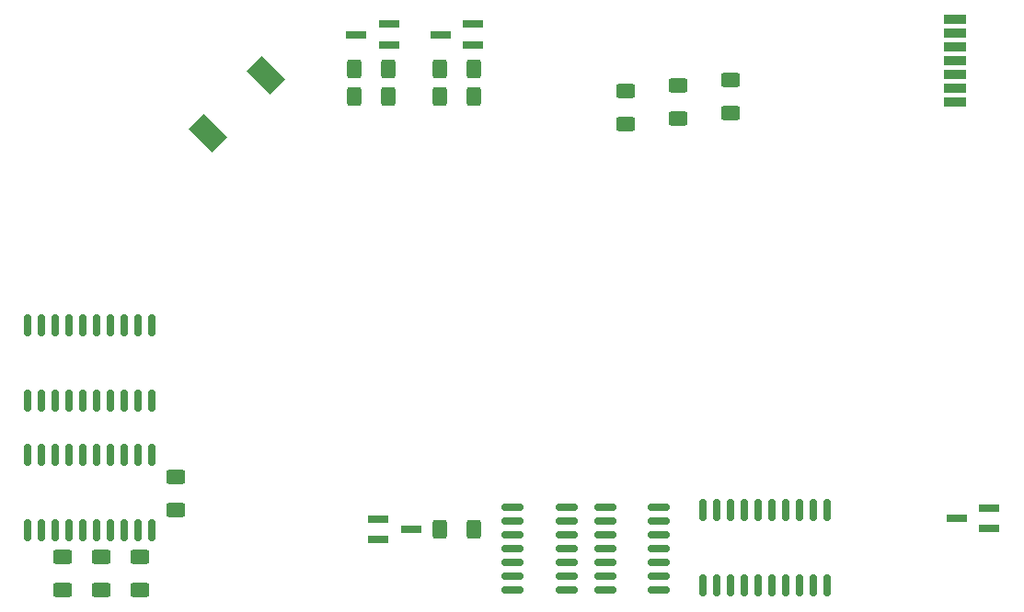
<source format=gbr>
%TF.GenerationSoftware,KiCad,Pcbnew,7.0.8*%
%TF.CreationDate,2024-01-15T19:48:56-06:00*%
%TF.ProjectId,ISA rev8,49534120-7265-4763-982e-6b696361645f,rev?*%
%TF.SameCoordinates,Original*%
%TF.FileFunction,Paste,Top*%
%TF.FilePolarity,Positive*%
%FSLAX46Y46*%
G04 Gerber Fmt 4.6, Leading zero omitted, Abs format (unit mm)*
G04 Created by KiCad (PCBNEW 7.0.8) date 2024-01-15 19:48:56*
%MOMM*%
%LPD*%
G01*
G04 APERTURE LIST*
G04 Aperture macros list*
%AMRoundRect*
0 Rectangle with rounded corners*
0 $1 Rounding radius*
0 $2 $3 $4 $5 $6 $7 $8 $9 X,Y pos of 4 corners*
0 Add a 4 corners polygon primitive as box body*
4,1,4,$2,$3,$4,$5,$6,$7,$8,$9,$2,$3,0*
0 Add four circle primitives for the rounded corners*
1,1,$1+$1,$2,$3*
1,1,$1+$1,$4,$5*
1,1,$1+$1,$6,$7*
1,1,$1+$1,$8,$9*
0 Add four rect primitives between the rounded corners*
20,1,$1+$1,$2,$3,$4,$5,0*
20,1,$1+$1,$4,$5,$6,$7,0*
20,1,$1+$1,$6,$7,$8,$9,0*
20,1,$1+$1,$8,$9,$2,$3,0*%
%AMRotRect*
0 Rectangle, with rotation*
0 The origin of the aperture is its center*
0 $1 length*
0 $2 width*
0 $3 Rotation angle, in degrees counterclockwise*
0 Add horizontal line*
21,1,$1,$2,0,0,$3*%
G04 Aperture macros list end*
%ADD10RoundRect,0.150000X0.150000X-0.837500X0.150000X0.837500X-0.150000X0.837500X-0.150000X-0.837500X0*%
%ADD11R,1.900000X0.800000*%
%ADD12RoundRect,0.250000X-0.400000X-0.625000X0.400000X-0.625000X0.400000X0.625000X-0.400000X0.625000X0*%
%ADD13RoundRect,0.250000X-0.625000X0.400000X-0.625000X-0.400000X0.625000X-0.400000X0.625000X0.400000X0*%
%ADD14R,2.000000X0.900000*%
%ADD15RoundRect,0.250000X0.400000X0.625000X-0.400000X0.625000X-0.400000X-0.625000X0.400000X-0.625000X0*%
%ADD16RoundRect,0.150000X0.825000X0.150000X-0.825000X0.150000X-0.825000X-0.150000X0.825000X-0.150000X0*%
%ADD17RotRect,3.000000X2.000000X315.000000*%
G04 APERTURE END LIST*
D10*
%TO.C,U4*%
X102992000Y-102395500D03*
X104262000Y-102395500D03*
X105532000Y-102395500D03*
X106802000Y-102395500D03*
X108072000Y-102395500D03*
X109342000Y-102395500D03*
X110612000Y-102395500D03*
X111882000Y-102395500D03*
X113152000Y-102395500D03*
X114422000Y-102395500D03*
X114422000Y-95470500D03*
X113152000Y-95470500D03*
X111882000Y-95470500D03*
X110612000Y-95470500D03*
X109342000Y-95470500D03*
X108072000Y-95470500D03*
X106802000Y-95470500D03*
X105532000Y-95470500D03*
X104262000Y-95470500D03*
X102992000Y-95470500D03*
%TD*%
D11*
%TO.C,D3*%
X136247000Y-69657000D03*
X136247000Y-67757000D03*
X133247000Y-68707000D03*
%TD*%
D12*
%TO.C,R13*%
X133070000Y-71882000D03*
X136170000Y-71882000D03*
%TD*%
D13*
%TO.C,R6*%
X113279000Y-116814000D03*
X113279000Y-119914000D03*
%TD*%
%TO.C,R5*%
X116581000Y-109448000D03*
X116581000Y-112548000D03*
%TD*%
D11*
%TO.C,D7*%
X191492000Y-114234000D03*
X191492000Y-112334000D03*
X188492000Y-113284000D03*
%TD*%
D13*
%TO.C,R4*%
X162814000Y-73380000D03*
X162814000Y-76480000D03*
%TD*%
D11*
%TO.C,D6*%
X138279000Y-114300000D03*
X135279000Y-113350000D03*
X135279000Y-115250000D03*
%TD*%
D14*
%TO.C,J2*%
X188314000Y-67318000D03*
X188314000Y-68588000D03*
X188314000Y-69858000D03*
X188314000Y-71128000D03*
X188314000Y-72398000D03*
X188314000Y-73668000D03*
X188314000Y-74938000D03*
%TD*%
D10*
%TO.C,U3*%
X165100000Y-119413500D03*
X166370000Y-119413500D03*
X167640000Y-119413500D03*
X168910000Y-119413500D03*
X170180000Y-119413500D03*
X171450000Y-119413500D03*
X172720000Y-119413500D03*
X173990000Y-119413500D03*
X175260000Y-119413500D03*
X176530000Y-119413500D03*
X176530000Y-112488500D03*
X175260000Y-112488500D03*
X173990000Y-112488500D03*
X172720000Y-112488500D03*
X171450000Y-112488500D03*
X170180000Y-112488500D03*
X168910000Y-112488500D03*
X167640000Y-112488500D03*
X166370000Y-112488500D03*
X165100000Y-112488500D03*
%TD*%
D15*
%TO.C,R9*%
X136170000Y-74422000D03*
X133070000Y-74422000D03*
%TD*%
%TO.C,R1*%
X144044000Y-74422000D03*
X140944000Y-74422000D03*
%TD*%
D11*
%TO.C,D1*%
X143994000Y-69657000D03*
X143994000Y-67757000D03*
X140994000Y-68707000D03*
%TD*%
D16*
%TO.C,U1*%
X152589000Y-119888000D03*
X152589000Y-118618000D03*
X152589000Y-117348000D03*
X152589000Y-116078000D03*
X152589000Y-114808000D03*
X152589000Y-113538000D03*
X152589000Y-112268000D03*
X147639000Y-112268000D03*
X147639000Y-113538000D03*
X147639000Y-114808000D03*
X147639000Y-116078000D03*
X147639000Y-117348000D03*
X147639000Y-118618000D03*
X147639000Y-119888000D03*
%TD*%
D13*
%TO.C,R7*%
X109723000Y-116814000D03*
X109723000Y-119914000D03*
%TD*%
%TO.C,R8*%
X106167000Y-116788000D03*
X106167000Y-119888000D03*
%TD*%
D12*
%TO.C,R2*%
X140944000Y-71882000D03*
X144044000Y-71882000D03*
%TD*%
D13*
%TO.C,R14*%
X167640000Y-72872000D03*
X167640000Y-75972000D03*
%TD*%
D17*
%TO.C,BZ1*%
X124921868Y-72420453D03*
X119550260Y-77774241D03*
%TD*%
D13*
%TO.C,R3*%
X157988000Y-73888000D03*
X157988000Y-76988000D03*
%TD*%
D12*
%TO.C,R12*%
X140944000Y-114300000D03*
X144044000Y-114300000D03*
%TD*%
D16*
%TO.C,U2*%
X161098000Y-119888000D03*
X161098000Y-118618000D03*
X161098000Y-117348000D03*
X161098000Y-116078000D03*
X161098000Y-114808000D03*
X161098000Y-113538000D03*
X161098000Y-112268000D03*
X156148000Y-112268000D03*
X156148000Y-113538000D03*
X156148000Y-114808000D03*
X156148000Y-116078000D03*
X156148000Y-117348000D03*
X156148000Y-118618000D03*
X156148000Y-119888000D03*
%TD*%
D10*
%TO.C,U5*%
X102992000Y-114333500D03*
X104262000Y-114333500D03*
X105532000Y-114333500D03*
X106802000Y-114333500D03*
X108072000Y-114333500D03*
X109342000Y-114333500D03*
X110612000Y-114333500D03*
X111882000Y-114333500D03*
X113152000Y-114333500D03*
X114422000Y-114333500D03*
X114422000Y-107408500D03*
X113152000Y-107408500D03*
X111882000Y-107408500D03*
X110612000Y-107408500D03*
X109342000Y-107408500D03*
X108072000Y-107408500D03*
X106802000Y-107408500D03*
X105532000Y-107408500D03*
X104262000Y-107408500D03*
X102992000Y-107408500D03*
%TD*%
M02*

</source>
